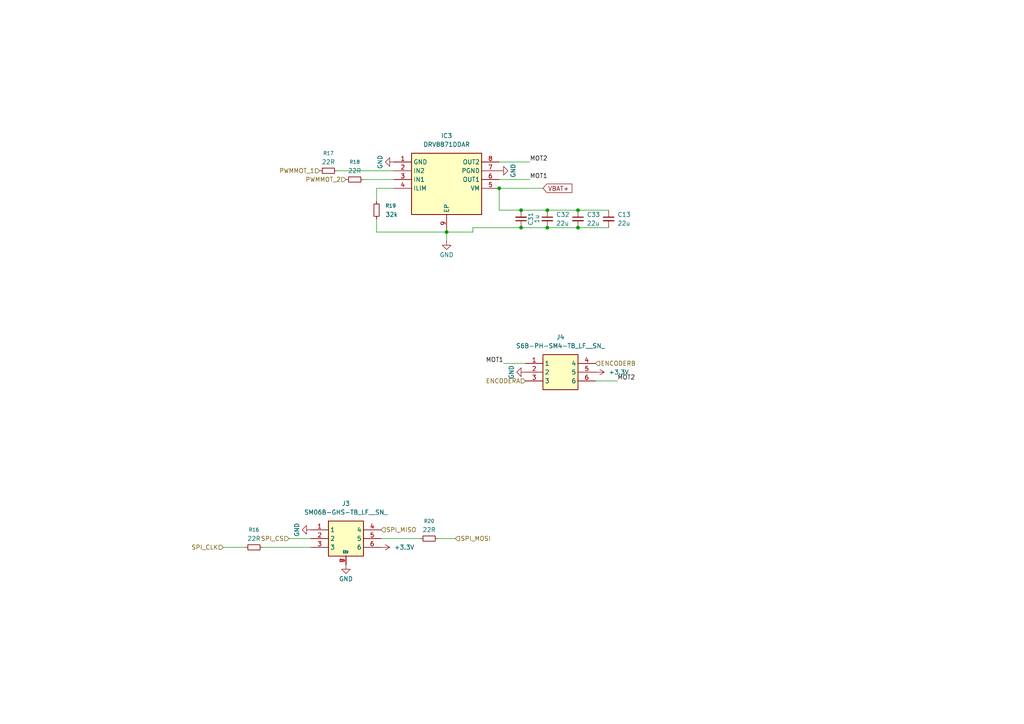
<source format=kicad_sch>
(kicad_sch (version 20250114) (generator "eeschema") (generator_version "9.0")
  (paper "A4")
  (lib_symbols
    (symbol "Device:C_Small" (pin_numbers (hide yes)) (pin_names (offset 0.254) (hide yes))
      (property "Reference" "C" (at 0.254 1.778 0))
      (property "Value" "C_Small" (at 0.254 -2.032 0))
      (symbol "C_Small_0_1"
        (polyline (pts (xy -1.524 0.508) (xy 1.524 0.508)) (stroke (width 0.3048)))
        (polyline (pts (xy -1.524 -0.508) (xy 1.524 -0.508)) (stroke (width 0.3302)))
      )
      (symbol "C_Small_1_1"
        (pin passive line (at 0 2.54 270) (length 2.032) (name "~") (number "1"))
        (pin passive line (at 0 -2.54 90) (length 2.032) (name "~") (number "2"))
      )
    )
    (symbol "Device:R_Small" (pin_numbers (hide yes)) (pin_names (offset 0.254) (hide yes))
      (property "Reference" "R" (at 0 0 90))
      (property "Value" "R_Small" (at 1.778 0 90))
      (symbol "R_Small_0_1"
        (rectangle (start -0.762 1.778) (end 0.762 -1.778) (stroke (width 0.2032)))
      )
      (symbol "R_Small_1_1"
        (pin passive line (at 0 2.54 270) (length 0.762) (name "~") (number "1"))
        (pin passive line (at 0 -2.54 90) (length 0.762) (name "~") (number "2"))
      )
    )
    (symbol "power:+3.3V" (power) (pin_numbers (hide yes)) (pin_names (offset 0) (hide yes))
      (property "Value" "+3.3V" (at 0 3.556 0))
      (symbol "+3.3V_0_1"
        (polyline (pts (xy -0.762 1.27) (xy 0 2.54)))
        (polyline (pts (xy 0 2.54) (xy 0.762 1.27)))
        (polyline (pts (xy 0 0) (xy 0 2.54)))
      )
      (symbol "+3.3V_1_1"
        (pin power_in line (at 0 0 90) (length 0) (name "~") (number "1"))
      )
    )
    (symbol "power:GND" (power) (pin_numbers (hide yes)) (pin_names (offset 0) (hide yes))
      (property "Value" "GND" (at 0 -3.81 0))
      (symbol "GND_0_1"
        (polyline (pts (xy 0 0) (xy 0 -1.27) (xy 1.27 -1.27) (xy 0 -2.54) (xy -1.27 -1.27) (xy 0 -1.27)))
      )
      (symbol "GND_1_1"
        (pin power_in line (at 0 0 270) (length 0) (name "~") (number "1"))
      )
    )
    (symbol "samacsys2:DRV8871DDAR"
      (property "Reference" "IC" (at 26.67 7.62 0))
      (property "Value" "DRV8871DDAR" (at 26.67 5.08 0))
      (symbol "DRV8871DDAR_1_1"
        (rectangle (start 5.08 2.54) (end 25.4 -15.24) (stroke (width 0.254)) (fill (type background)))
        (pin passive line (at 0 0 0) (length 5.08) (name "GND") (number "1"))
        (pin passive line (at 0 -2.54 0) (length 5.08) (name "IN2") (number "2"))
        (pin passive line (at 0 -5.08 0) (length 5.08) (name "IN1") (number "3"))
        (pin passive line (at 0 -7.62 0) (length 5.08) (name "ILIM") (number "4"))
        (pin passive line (at 15.24 -20.32 90) (length 5.08) (name "EP") (number "9"))
        (pin passive line (at 30.48 0 180) (length 5.08) (name "OUT2") (number "8"))
        (pin passive line (at 30.48 -2.54 180) (length 5.08) (name "PGND") (number "7"))
        (pin passive line (at 30.48 -5.08 180) (length 5.08) (name "OUT1") (number "6"))
        (pin passive line (at 30.48 -7.62 180) (length 5.08) (name "VM") (number "5"))
      )
    )
    (symbol "samacsys2:S6B-PH-SM4-TB_LF__SN_"
      (property "Reference" "J" (at 16.51 7.62 0))
      (property "Value" "S6B-PH-SM4-TB_LF__SN_" (at 16.51 5.08 0))
      (symbol "S6B-PH-SM4-TB_LF__SN__1_1"
        (rectangle (start 5.08 2.54) (end 15.24 -7.62) (stroke (width 0.254)) (fill (type background)))
        (pin passive line (at 0 0 0) (length 5.08) (name "1") (number "1"))
        (pin passive line (at 0 -2.54 0) (length 5.08) (name "2") (number "2"))
        (pin passive line (at 0 -5.08 0) (length 5.08) (name "3") (number "3"))
        (pin passive line (at 20.32 0 180) (length 5.08) (name "4") (number "4"))
        (pin passive line (at 20.32 -2.54 180) (length 5.08) (name "5") (number "5"))
        (pin passive line (at 20.32 -5.08 180) (length 5.08) (name "6") (number "6"))
      )
    )
    (symbol "samacsys:SM06B-GHS-TB_LF__SN_"
      (property "Reference" "J" (at 16.51 7.62 0))
      (property "Value" "SM06B-GHS-TB_LF__SN_" (at 16.51 5.08 0))
      (symbol "SM06B-GHS-TB_LF__SN__1_1"
        (rectangle (start 5.08 2.54) (end 15.24 -7.62) (stroke (width 0.254)) (fill (type background)))
        (pin passive line (at 0 0 0) (length 5.08) (name "1") (number "1"))
        (pin passive line (at 0 -2.54 0) (length 5.08) (name "2") (number "2"))
        (pin passive line (at 0 -5.08 0) (length 5.08) (name "3") (number "3"))
        (pin free line (at 10.16 -10.16 90) (length 2.54) (name "7") (number "7"))
        (pin free line (at 10.16 -10.16 90) (length 2.54) (name "8") (number "8"))
        (pin passive line (at 20.32 0 180) (length 5.08) (name "4") (number "4"))
        (pin passive line (at 20.32 -2.54 180) (length 5.08) (name "5") (number "5"))
        (pin passive line (at 20.32 -5.08 180) (length 5.08) (name "6") (number "6"))
      )
    )
  )
  (junction (at 144.78 54.61))
  (junction (at 151.13 66.04))
  (junction (at 129.54 67.31))
  (junction (at 151.13 60.96))
  (junction (at 167.64 60.96))
  (junction (at 158.75 66.04))
  (junction (at 158.75 60.96))
  (junction (at 167.64 66.04))
  (wire (pts (xy 151.13 60.96) (xy 158.75 60.96)))
  (wire (pts (xy 110.49 156.21) (xy 121.92 156.21)))
  (wire (pts (xy 114.3 54.61) (xy 109.22 54.61)))
  (wire (pts (xy 109.22 67.31) (xy 129.54 67.31)))
  (wire (pts (xy 157.48 54.61) (xy 144.78 54.61)))
  (wire (pts (xy 158.75 66.04) (xy 151.13 66.04)))
  (wire (pts (xy 146.05 105.41) (xy 152.4 105.41)))
  (wire (pts (xy 137.16 67.31) (xy 129.54 67.31)))
  (wire (pts (xy 83.82 156.21) (xy 90.17 156.21)))
  (wire (pts (xy 167.64 66.04) (xy 158.75 66.04)))
  (wire (pts (xy 151.13 66.04) (xy 137.16 66.04)))
  (wire (pts (xy 158.75 60.96) (xy 167.64 60.96)))
  (wire (pts (xy 97.79 49.53) (xy 114.3 49.53)))
  (wire (pts (xy 167.64 60.96) (xy 176.53 60.96)))
  (wire (pts (xy 144.78 54.61) (xy 144.78 60.96)))
  (wire (pts (xy 179.07 110.49) (xy 172.72 110.49)))
  (wire (pts (xy 144.78 60.96) (xy 151.13 60.96)))
  (wire (pts (xy 153.67 46.99) (xy 144.78 46.99)))
  (wire (pts (xy 137.16 66.04) (xy 137.16 67.31)))
  (wire (pts (xy 76.2 158.75) (xy 90.17 158.75)))
  (wire (pts (xy 167.64 66.04) (xy 176.53 66.04)))
  (wire (pts (xy 105.41 52.07) (xy 114.3 52.07)))
  (wire (pts (xy 129.54 69.85) (xy 129.54 67.31)))
  (wire (pts (xy 64.77 158.75) (xy 71.12 158.75)))
  (wire (pts (xy 109.22 54.61) (xy 109.22 58.42)))
  (wire (pts (xy 127 156.21) (xy 132.08 156.21)))
  (wire (pts (xy 153.67 52.07) (xy 144.78 52.07)))
  (wire (pts (xy 109.22 63.5) (xy 109.22 67.31)))
  (label "MOT1" (at 146.05 105.41 180))
  (label "MOT2" (at 179.07 110.49 0))
  (label "MOT1" (at 153.67 52.07 0))
  (label "MOT2" (at 153.67 46.99 0))
  (global_label "VBAT+" (shape input) (at 157.48 54.61 0) (property "Intersheetrefs" "${INTERSHEET_REFS}" (effects (hide yes))))
  (hierarchical_label "SPI_MOSI" (shape input) (at 132.08 156.21 0))
  (hierarchical_label "PWMMOT_2" (shape input) (at 100.33 52.07 180))
  (hierarchical_label "SPI_CS" (shape input) (at 83.82 156.21 180))
  (hierarchical_label "ENCODERB" (shape input) (at 172.72 105.41 0))
  (hierarchical_label "SPI_CLK" (shape input) (at 64.77 158.75 180))
  (hierarchical_label "ENCODERA" (shape input) (at 152.4 110.49 180))
  (hierarchical_label "SPI_MISO" (shape input) (at 110.49 153.67 0))
  (hierarchical_label "PWMMOT_1" (shape input) (at 92.71 49.53 180))
  (symbol (lib_id "power:GND") (at 152.4 107.95 270) (unit 1)
    (property "Reference" "#PWR026" (effects (hide yes)))
    (property "Value" "GND" (at 148.336 107.95 0))
    (property "Description" "Power symbol creates a global label with name \"GND\" , ground" (effects (hide yes)))
    (instances (project "PCB_BRUSHED" (path "" (reference "#PWR034") (unit 1)) (path "" (reference "#PWR046") (unit 1)) (path "" (reference "#PWR026") (unit 1))))
  )
  (symbol (lib_id "Device:R_Small") (at 124.46 156.21 90) (unit 1)
    (property "Reference" "R15" (at 124.46 151.13 90) (effects (font (size 1.016 1.016))))
    (property "Value" "22R" (at 124.46 153.67 90))
    (property "Footprint" "Resistor_SMD:R_0201_0603Metric_Pad0.64x0.40mm_HandSolder" (effects (hide yes)))
    (property "Description" "Resistor, small symbol" (effects (hide yes)))
    (instances (project "PCB_BRUSHED" (path "" (reference "R20") (unit 1)) (path "" (reference "R26") (unit 1)) (path "" (reference "R15") (unit 1))))
  )
  (symbol (lib_id "power:+3.3V") (at 172.72 107.95 270) (unit 1)
    (property "Reference" "#PWR027" (effects (hide yes)))
    (property "Value" "+3.3V" (at 176.53 107.9499 90) (effects (justify left)))
    (property "Description" "Power symbol creates a global label with name \"+3.3V\"" (effects (hide yes)))
    (instances (project "PCB_BRUSHED" (path "" (reference "#PWR035") (unit 1)) (path "" (reference "#PWR047") (unit 1)) (path "" (reference "#PWR027") (unit 1))))
  )
  (symbol (lib_id "power:+3.3V") (at 110.49 158.75 270) (unit 1)
    (property "Reference" "#PWR022" (effects (hide yes)))
    (property "Value" "+3.3V" (at 114.3 158.7499 90) (effects (justify left)))
    (property "Description" "Power symbol creates a global label with name \"+3.3V\"" (effects (hide yes)))
    (instances (project "" (path "" (reference "#PWR030") (unit 1)) (path "" (reference "#PWR042") (unit 1)) (path "" (reference "#PWR022") (unit 1))))
  )
  (symbol (lib_id "samacsys2:DRV8871DDAR") (at 114.3 46.99 0) (unit 1)
    (property "Reference" "IC2" (at 129.54 39.37 0))
    (property "Value" "DRV8871DDAR" (at 129.54 41.91 0))
    (property "Footprint" "samacsys2:SOIC127P600X170-9N" (effects (hide yes)))
    (property "Datasheet" "http://www.ti.com/lit/gpn/drv8871" (effects (hide yes)))
    (property "Description" "3.6A Brushed DC Motor Driver with Integrated Current Sensing (PWM Ctrl)" (effects (hide yes)))
    (property "Height" "1.7" (effects (hide yes)))
    (property "Manufacturer_Name" "Texas Instruments" (effects (hide yes)))
    (property "Manufacturer_Part_Number" "DRV8871DDAR" (effects (hide yes)))
    (property "Mouser Part Number" "595-DRV8871DDAR" (effects (hide yes)))
    (property "Mouser Price/Stock" "https://www.mouser.co.uk/ProductDetail/Texas-Instruments/DRV8871DDAR?qs=Fobv33ltQGgyLLxR4KUo2w%3D%3D" (effects (hide yes)))
    (property "Arrow Part Number" "DRV8871DDAR" (effects (hide yes)))
    (property "Arrow Price/Stock" "https://www.arrow.com/en/products/drv8871ddar/texas-instruments?utm_currency=USD&region=nac" (effects (hide yes)))
    (instances (project "PCB_BRUSHED" (path "" (reference "IC3") (unit 1)) (path "" (reference "IC4") (unit 1)) (path "" (reference "IC2") (unit 1))))
  )
  (symbol (lib_id "Device:R_Small") (at 95.25 49.53 90) (unit 1)
    (property "Reference" "R12" (at 95.25 44.45 90) (effects (font (size 1.016 1.016))))
    (property "Value" "22R" (at 95.25 46.99 90))
    (property "Footprint" "Resistor_SMD:R_0201_0603Metric_Pad0.64x0.40mm_HandSolder" (effects (hide yes)))
    (property "Description" "Resistor, small symbol" (effects (hide yes)))
    (instances (project "PCB_BRUSHED" (path "" (reference "R17") (unit 1)) (path "" (reference "R23") (unit 1)) (path "" (reference "R12") (unit 1))))
  )
  (symbol (lib_id "power:GND") (at 100.33 163.83 0) (unit 1)
    (property "Reference" "#PWR021" (effects (hide yes)))
    (property "Value" "GND" (at 100.33 167.894 0))
    (property "Description" "Power symbol creates a global label with name \"GND\" , ground" (effects (hide yes)))
    (instances (project "PCB_BRUSHED" (path "" (reference "#PWR029") (unit 1)) (path "" (reference "#PWR041") (unit 1)) (path "" (reference "#PWR021") (unit 1))))
  )
  (symbol (lib_id "power:GND") (at 129.54 69.85 0) (unit 1)
    (property "Reference" "#PWR024" (effects (hide yes)))
    (property "Value" "GND" (at 129.54 73.914 0))
    (property "Description" "Power symbol creates a global label with name \"GND\" , ground" (effects (hide yes)))
    (instances (project "PCB_BRUSHED" (path "" (reference "#PWR032") (unit 1)) (path "" (reference "#PWR044") (unit 1)) (path "" (reference "#PWR024") (unit 1))))
  )
  (symbol (lib_id "Device:R_Small") (at 109.22 60.96 0) (unit 1)
    (property "Reference" "R14" (at 111.76 59.6899 0) (effects (font (size 1.016 1.016)) (justify left)))
    (property "Value" "32k" (at 111.76 62.2299 0) (effects (justify left)))
    (property "Footprint" "Resistor_SMD:R_0201_0603Metric_Pad0.64x0.40mm_HandSolder" (effects (hide yes)))
    (property "Description" "Resistor, small symbol" (effects (hide yes)))
    (instances (project "PCB_BRUSHED" (path "" (reference "R19") (unit 1)) (path "" (reference "R25") (unit 1)) (path "" (reference "R14") (unit 1))))
  )
  (symbol (lib_id "power:GND") (at 144.78 49.53 90) (unit 1)
    (property "Reference" "#PWR025" (effects (hide yes)))
    (property "Value" "GND" (at 148.844 49.53 0))
    (property "Description" "Power symbol creates a global label with name \"GND\" , ground" (effects (hide yes)))
    (instances (project "PCB_BRUSHED" (path "" (reference "#PWR033") (unit 1)) (path "" (reference "#PWR045") (unit 1)) (path "" (reference "#PWR025") (unit 1))))
  )
  (symbol (lib_id "Device:R_Small") (at 73.66 158.75 90) (unit 1)
    (property "Reference" "R11" (at 73.66 153.67 90) (effects (font (size 1.016 1.016))))
    (property "Value" "22R" (at 73.66 156.21 90))
    (property "Footprint" "Resistor_SMD:R_0201_0603Metric_Pad0.64x0.40mm_HandSolder" (effects (hide yes)))
    (property "Description" "Resistor, small symbol" (effects (hide yes)))
    (instances (project "PCB_BRUSHED" (path "" (reference "R16") (unit 1)) (path "" (reference "R22") (unit 1)) (path "" (reference "R11") (unit 1))))
  )
  (symbol (lib_id "Device:C_Small") (at 158.75 63.5 0) (unit 1)
    (property "Reference" "C29" (at 161.29 62.2362 0) (effects (justify left)))
    (property "Value" "22u" (at 161.29 64.7762 0) (effects (justify left)))
    (property "Footprint" "Capacitor_SMD:C_0805_2012Metric" (effects (hide yes)))
    (property "Description" "GRM21BR61A476ME15" (effects (hide yes)))
    (property "Manufacturer_Part_Number" "GRM21BR61E226ME4L" (effects (hide yes)))
    (property "Mouser Part Number" "81-GRM21BR61E226ME4L" (effects (hide yes)))
    (instances (project "PCB_BRUSHED" (path "" (reference "C32") (unit 1)) (path "" (reference "C36") (unit 1)) (path "" (reference "C29") (unit 1))))
  )
  (symbol (lib_id "Device:C_Small") (at 176.53 63.5 0) (unit 1)
    (property "Reference" "C12" (at 179.07 62.2362 0) (effects (justify left)))
    (property "Value" "22u" (at 179.07 64.7762 0) (effects (justify left)))
    (property "Footprint" "Capacitor_SMD:C_0805_2012Metric" (effects (hide yes)))
    (property "Description" "GRM21BR61A476ME15" (effects (hide yes)))
    (property "Manufacturer_Part_Number" "GRM21BR61E226ME4L" (effects (hide yes)))
    (property "Mouser Part Number" "81-GRM21BR61E226ME4L" (effects (hide yes)))
    (instances (project "PCB_BRUSHED" (path "" (reference "C13") (unit 1)) (path "" (reference "C14") (unit 1)) (path "" (reference "C12") (unit 1))))
  )
  (symbol (lib_id "samacsys2:S6B-PH-SM4-TB_LF__SN_") (at 152.4 105.41 0) (unit 1)
    (property "Reference" "J2" (at 162.56 97.79 0))
    (property "Value" "S6B-PH-SM4-TB_LF__SN_" (at 162.56 100.33 0))
    (property "Footprint" "samacsys2:S6B-PH-SM4-TB_LF__SN__3" (effects (hide yes)))
    (property "Datasheet" "http://www.jst-mfg.com/product/pdf/eng/ePH.pdf" (effects (hide yes)))
    (property "Description" "JST PH Series, 2mm Pitch 6 Way 1 Row Right Angle PCB Header, Solder Termination, 2A" (effects (hide yes)))
    (property "Manufacturer_Name" "JST (JAPAN SOLDERLESS TERMINALS)" (effects (hide yes)))
    (property "Manufacturer_Part_Number" "S6B-PH-SM4-TB(LF)(SN)" (effects (hide yes)))
    (property "Mouser Part Number" "N/A" (effects (hide yes)))
    (property "Mouser Price/Stock" "https://www.mouser.co.uk/ProductDetail/JST-Commercial/S6B-PH-SM4-TBLFSN?qs=QpmGXVUTftEYgQjsWQcxqw%3D%3D" (effects (hide yes)))
    (property "Arrow Part Number" "S6B-PH-SM4-TB(LF)(SN)" (effects (hide yes)))
    (property "Arrow Price/Stock" "https://www.arrow.com/en/products/s6b-ph-sm4-tb-lf-sn/jst-manufacturing?utm_currency=USD&region=europe" (effects (hide yes)))
    (instances (project "" (path "" (reference "J4") (unit 1)) (path "" (reference "J10") (unit 1)) (path "" (reference "J2") (unit 1))))
  )
  (symbol (lib_id "Device:C_Small") (at 151.13 63.5 180) (unit 1)
    (property "Reference" "C28" (at 153.924 63.5 90))
    (property "Value" "1u" (at 155.702 63.5 90))
    (property "Footprint" "Capacitor_SMD:C_0402_1005Metric_Pad0.74x0.62mm_HandSolder" (effects (hide yes)))
    (property "Description" "Unpolarized capacitor, small symbol" (effects (hide yes)))
    (instances (project "PCB_BRUSHED" (path "" (reference "C31") (unit 1)) (path "" (reference "C35") (unit 1)) (path "" (reference "C28") (unit 1))))
  )
  (symbol (lib_id "Device:R_Small") (at 102.87 52.07 90) (unit 1)
    (property "Reference" "R13" (at 102.87 46.99 90) (effects (font (size 1.016 1.016))))
    (property "Value" "22R" (at 102.87 49.53 90))
    (property "Footprint" "Resistor_SMD:R_0201_0603Metric_Pad0.64x0.40mm_HandSolder" (effects (hide yes)))
    (property "Description" "Resistor, small symbol" (effects (hide yes)))
    (instances (project "PCB_BRUSHED" (path "" (reference "R18") (unit 1)) (path "" (reference "R24") (unit 1)) (path "" (reference "R13") (unit 1))))
  )
  (symbol (lib_id "power:GND") (at 114.3 46.99 270) (unit 1)
    (property "Reference" "#PWR023" (effects (hide yes)))
    (property "Value" "GND" (at 110.236 46.99 0))
    (property "Description" "Power symbol creates a global label with name \"GND\" , ground" (effects (hide yes)))
    (instances (project "PCB_BRUSHED" (path "" (reference "#PWR031") (unit 1)) (path "" (reference "#PWR043") (unit 1)) (path "" (reference "#PWR023") (unit 1))))
  )
  (symbol (lib_id "samacsys:SM06B-GHS-TB_LF__SN_") (at 90.17 153.67 0) (unit 1)
    (property "Reference" "J1" (at 100.33 146.05 0))
    (property "Value" "SM06B-GHS-TB_LF__SN_" (at 100.33 148.59 0))
    (property "Footprint" "samacsys:SM06B-GHS-TB" (effects (hide yes)))
    (property "Datasheet" "https://datasheet.datasheetarchive.com/originals/distributors/Datasheets_SAMA/e4ef010dc292ea31091454f6c0afb63a.pdf" (effects (hide yes)))
    (property "Description" "GH 1.25mm header side entry 6 way JST GH Series, 1.25mm Pitch 6 Way Right Angle PCB Header, Solder Termination, 1A" (effects (hide yes)))
    (property "Manufacturer_Name" "JST (JAPAN SOLDERLESS TERMINALS)" (effects (hide yes)))
    (property "Manufacturer_Part_Number" "SM06B-GHS-TB(LF)(SN)" (effects (hide yes)))
    (property "Mouser Part Number" "N/A" (effects (hide yes)))
    (property "Mouser Price/Stock" "https://www.mouser.co.uk/ProductDetail/JST-Commercial/SM06B-GHS-TBLFSN?qs=QpmGXVUTftFzTQe43vH9Ig%3D%3D" (effects (hide yes)))
    (property "Arrow Part Number" "SM06B-GHS-TB(LF)(SN)" (effects (hide yes)))
    (property "Arrow Price/Stock" "https://www.arrow.com/en/products/sm06b-ghs-tb-lf-sn/jst-manufacturing" (effects (hide yes)))
    (instances (project "PCB_BRUSHED" (path "" (reference "J3") (unit 1)) (path "" (reference "J9") (unit 1)) (path "" (reference "J1") (unit 1))))
  )
  (symbol (lib_id "Device:C_Small") (at 167.64 63.5 0) (unit 1)
    (property "Reference" "C30" (at 170.18 62.2362 0) (effects (justify left)))
    (property "Value" "22u" (at 170.18 64.7762 0) (effects (justify left)))
    (property "Footprint" "Capacitor_SMD:C_0805_2012Metric" (effects (hide yes)))
    (property "Description" "GRM21BR61A476ME15" (effects (hide yes)))
    (property "Manufacturer_Part_Number" "GRM21BR61E226ME4L" (effects (hide yes)))
    (property "Mouser Part Number" "81-GRM21BR61E226ME4L" (effects (hide yes)))
    (instances (project "PCB_BRUSHED" (path "" (reference "C33") (unit 1)) (path "" (reference "C37") (unit 1)) (path "" (reference "C30") (unit 1))))
  )
  (symbol (lib_id "power:GND") (at 90.17 153.67 270) (unit 1)
    (property "Reference" "#PWR020" (effects (hide yes)))
    (property "Value" "GND" (at 86.106 153.67 0))
    (property "Description" "Power symbol creates a global label with name \"GND\" , ground" (effects (hide yes)))
    (instances (project "PCB_BRUSHED" (path "" (reference "#PWR028") (unit 1)) (path "" (reference "#PWR040") (unit 1)) (path "" (reference "#PWR020") (unit 1))))
  )
)
</source>
